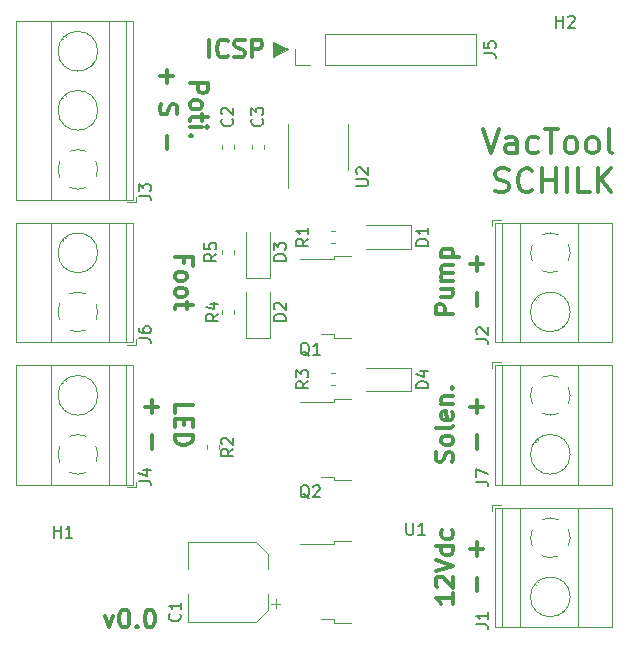
<source format=gbr>
G04 #@! TF.GenerationSoftware,KiCad,Pcbnew,(5.1.5)-3*
G04 #@! TF.CreationDate,2020-06-25T10:52:07+02:00*
G04 #@! TF.ProjectId,VacTool,56616354-6f6f-46c2-9e6b-696361645f70,v0.0*
G04 #@! TF.SameCoordinates,Original*
G04 #@! TF.FileFunction,Legend,Top*
G04 #@! TF.FilePolarity,Positive*
%FSLAX46Y46*%
G04 Gerber Fmt 4.6, Leading zero omitted, Abs format (unit mm)*
G04 Created by KiCad (PCBNEW (5.1.5)-3) date 2020-06-25 10:52:07*
%MOMM*%
%LPD*%
G04 APERTURE LIST*
%ADD10C,0.300000*%
%ADD11C,0.100000*%
%ADD12C,0.120000*%
%ADD13C,0.150000*%
G04 APERTURE END LIST*
D10*
X131842142Y-122233571D02*
X132199285Y-123233571D01*
X132556428Y-122233571D01*
X133413571Y-121733571D02*
X133556428Y-121733571D01*
X133699285Y-121805000D01*
X133770714Y-121876428D01*
X133842142Y-122019285D01*
X133913571Y-122305000D01*
X133913571Y-122662142D01*
X133842142Y-122947857D01*
X133770714Y-123090714D01*
X133699285Y-123162142D01*
X133556428Y-123233571D01*
X133413571Y-123233571D01*
X133270714Y-123162142D01*
X133199285Y-123090714D01*
X133127857Y-122947857D01*
X133056428Y-122662142D01*
X133056428Y-122305000D01*
X133127857Y-122019285D01*
X133199285Y-121876428D01*
X133270714Y-121805000D01*
X133413571Y-121733571D01*
X134556428Y-123090714D02*
X134627857Y-123162142D01*
X134556428Y-123233571D01*
X134485000Y-123162142D01*
X134556428Y-123090714D01*
X134556428Y-123233571D01*
X135556428Y-121733571D02*
X135699285Y-121733571D01*
X135842142Y-121805000D01*
X135913571Y-121876428D01*
X135985000Y-122019285D01*
X136056428Y-122305000D01*
X136056428Y-122662142D01*
X135985000Y-122947857D01*
X135913571Y-123090714D01*
X135842142Y-123162142D01*
X135699285Y-123233571D01*
X135556428Y-123233571D01*
X135413571Y-123162142D01*
X135342142Y-123090714D01*
X135270714Y-122947857D01*
X135199285Y-122662142D01*
X135199285Y-122305000D01*
X135270714Y-122019285D01*
X135342142Y-121876428D01*
X135413571Y-121805000D01*
X135556428Y-121733571D01*
X161257142Y-109223571D02*
X161328571Y-109009285D01*
X161328571Y-108652142D01*
X161257142Y-108509285D01*
X161185714Y-108437857D01*
X161042857Y-108366428D01*
X160900000Y-108366428D01*
X160757142Y-108437857D01*
X160685714Y-108509285D01*
X160614285Y-108652142D01*
X160542857Y-108937857D01*
X160471428Y-109080714D01*
X160400000Y-109152142D01*
X160257142Y-109223571D01*
X160114285Y-109223571D01*
X159971428Y-109152142D01*
X159900000Y-109080714D01*
X159828571Y-108937857D01*
X159828571Y-108580714D01*
X159900000Y-108366428D01*
X161328571Y-107509285D02*
X161257142Y-107652142D01*
X161185714Y-107723571D01*
X161042857Y-107795000D01*
X160614285Y-107795000D01*
X160471428Y-107723571D01*
X160400000Y-107652142D01*
X160328571Y-107509285D01*
X160328571Y-107295000D01*
X160400000Y-107152142D01*
X160471428Y-107080714D01*
X160614285Y-107009285D01*
X161042857Y-107009285D01*
X161185714Y-107080714D01*
X161257142Y-107152142D01*
X161328571Y-107295000D01*
X161328571Y-107509285D01*
X161328571Y-106152142D02*
X161257142Y-106295000D01*
X161114285Y-106366428D01*
X159828571Y-106366428D01*
X161257142Y-105009285D02*
X161328571Y-105152142D01*
X161328571Y-105437857D01*
X161257142Y-105580714D01*
X161114285Y-105652142D01*
X160542857Y-105652142D01*
X160400000Y-105580714D01*
X160328571Y-105437857D01*
X160328571Y-105152142D01*
X160400000Y-105009285D01*
X160542857Y-104937857D01*
X160685714Y-104937857D01*
X160828571Y-105652142D01*
X160328571Y-104295000D02*
X161328571Y-104295000D01*
X160471428Y-104295000D02*
X160400000Y-104223571D01*
X160328571Y-104080714D01*
X160328571Y-103866428D01*
X160400000Y-103723571D01*
X160542857Y-103652142D01*
X161328571Y-103652142D01*
X161185714Y-102937857D02*
X161257142Y-102866428D01*
X161328571Y-102937857D01*
X161257142Y-103009285D01*
X161185714Y-102937857D01*
X161328571Y-102937857D01*
X163307142Y-108116428D02*
X163307142Y-106973571D01*
X163307142Y-105116428D02*
X163307142Y-103973571D01*
X163878571Y-104545000D02*
X162735714Y-104545000D01*
X161328571Y-96730000D02*
X159828571Y-96730000D01*
X159828571Y-96158571D01*
X159900000Y-96015714D01*
X159971428Y-95944285D01*
X160114285Y-95872857D01*
X160328571Y-95872857D01*
X160471428Y-95944285D01*
X160542857Y-96015714D01*
X160614285Y-96158571D01*
X160614285Y-96730000D01*
X160328571Y-94587142D02*
X161328571Y-94587142D01*
X160328571Y-95230000D02*
X161114285Y-95230000D01*
X161257142Y-95158571D01*
X161328571Y-95015714D01*
X161328571Y-94801428D01*
X161257142Y-94658571D01*
X161185714Y-94587142D01*
X161328571Y-93872857D02*
X160328571Y-93872857D01*
X160471428Y-93872857D02*
X160400000Y-93801428D01*
X160328571Y-93658571D01*
X160328571Y-93444285D01*
X160400000Y-93301428D01*
X160542857Y-93230000D01*
X161328571Y-93230000D01*
X160542857Y-93230000D02*
X160400000Y-93158571D01*
X160328571Y-93015714D01*
X160328571Y-92801428D01*
X160400000Y-92658571D01*
X160542857Y-92587142D01*
X161328571Y-92587142D01*
X160328571Y-91872857D02*
X161828571Y-91872857D01*
X160400000Y-91872857D02*
X160328571Y-91730000D01*
X160328571Y-91444285D01*
X160400000Y-91301428D01*
X160471428Y-91230000D01*
X160614285Y-91158571D01*
X161042857Y-91158571D01*
X161185714Y-91230000D01*
X161257142Y-91301428D01*
X161328571Y-91444285D01*
X161328571Y-91730000D01*
X161257142Y-91872857D01*
X163307142Y-96051428D02*
X163307142Y-94908571D01*
X163307142Y-93051428D02*
X163307142Y-91908571D01*
X163878571Y-92480000D02*
X162735714Y-92480000D01*
X140660714Y-74973571D02*
X140660714Y-73473571D01*
X142232142Y-74830714D02*
X142160714Y-74902142D01*
X141946428Y-74973571D01*
X141803571Y-74973571D01*
X141589285Y-74902142D01*
X141446428Y-74759285D01*
X141375000Y-74616428D01*
X141303571Y-74330714D01*
X141303571Y-74116428D01*
X141375000Y-73830714D01*
X141446428Y-73687857D01*
X141589285Y-73545000D01*
X141803571Y-73473571D01*
X141946428Y-73473571D01*
X142160714Y-73545000D01*
X142232142Y-73616428D01*
X142803571Y-74902142D02*
X143017857Y-74973571D01*
X143375000Y-74973571D01*
X143517857Y-74902142D01*
X143589285Y-74830714D01*
X143660714Y-74687857D01*
X143660714Y-74545000D01*
X143589285Y-74402142D01*
X143517857Y-74330714D01*
X143375000Y-74259285D01*
X143089285Y-74187857D01*
X142946428Y-74116428D01*
X142875000Y-74045000D01*
X142803571Y-73902142D01*
X142803571Y-73759285D01*
X142875000Y-73616428D01*
X142946428Y-73545000D01*
X143089285Y-73473571D01*
X143446428Y-73473571D01*
X143660714Y-73545000D01*
X144303571Y-74973571D02*
X144303571Y-73473571D01*
X144875000Y-73473571D01*
X145017857Y-73545000D01*
X145089285Y-73616428D01*
X145160714Y-73759285D01*
X145160714Y-73973571D01*
X145089285Y-74116428D01*
X145017857Y-74187857D01*
X144875000Y-74259285D01*
X144303571Y-74259285D01*
X137756428Y-105080714D02*
X137756428Y-104366428D01*
X139256428Y-104366428D01*
X138542142Y-105580714D02*
X138542142Y-106080714D01*
X137756428Y-106295000D02*
X137756428Y-105580714D01*
X139256428Y-105580714D01*
X139256428Y-106295000D01*
X137756428Y-106937857D02*
X139256428Y-106937857D01*
X139256428Y-107295000D01*
X139185000Y-107509285D01*
X139042142Y-107652142D01*
X138899285Y-107723571D01*
X138613571Y-107795000D01*
X138399285Y-107795000D01*
X138113571Y-107723571D01*
X137970714Y-107652142D01*
X137827857Y-107509285D01*
X137756428Y-107295000D01*
X137756428Y-106937857D01*
X135777857Y-103973571D02*
X135777857Y-105116428D01*
X135206428Y-104545000D02*
X136349285Y-104545000D01*
X135777857Y-106973571D02*
X135777857Y-108116428D01*
X138537142Y-92408571D02*
X138537142Y-91908571D01*
X137751428Y-91908571D02*
X139251428Y-91908571D01*
X139251428Y-92622857D01*
X137751428Y-93408571D02*
X137822857Y-93265714D01*
X137894285Y-93194285D01*
X138037142Y-93122857D01*
X138465714Y-93122857D01*
X138608571Y-93194285D01*
X138680000Y-93265714D01*
X138751428Y-93408571D01*
X138751428Y-93622857D01*
X138680000Y-93765714D01*
X138608571Y-93837142D01*
X138465714Y-93908571D01*
X138037142Y-93908571D01*
X137894285Y-93837142D01*
X137822857Y-93765714D01*
X137751428Y-93622857D01*
X137751428Y-93408571D01*
X137751428Y-94765714D02*
X137822857Y-94622857D01*
X137894285Y-94551428D01*
X138037142Y-94480000D01*
X138465714Y-94480000D01*
X138608571Y-94551428D01*
X138680000Y-94622857D01*
X138751428Y-94765714D01*
X138751428Y-94980000D01*
X138680000Y-95122857D01*
X138608571Y-95194285D01*
X138465714Y-95265714D01*
X138037142Y-95265714D01*
X137894285Y-95194285D01*
X137822857Y-95122857D01*
X137751428Y-94980000D01*
X137751428Y-94765714D01*
X138751428Y-95694285D02*
X138751428Y-96265714D01*
X139251428Y-95908571D02*
X137965714Y-95908571D01*
X137822857Y-95980000D01*
X137751428Y-96122857D01*
X137751428Y-96265714D01*
X139026428Y-77160714D02*
X140526428Y-77160714D01*
X140526428Y-77732142D01*
X140455000Y-77875000D01*
X140383571Y-77946428D01*
X140240714Y-78017857D01*
X140026428Y-78017857D01*
X139883571Y-77946428D01*
X139812142Y-77875000D01*
X139740714Y-77732142D01*
X139740714Y-77160714D01*
X139026428Y-78875000D02*
X139097857Y-78732142D01*
X139169285Y-78660714D01*
X139312142Y-78589285D01*
X139740714Y-78589285D01*
X139883571Y-78660714D01*
X139955000Y-78732142D01*
X140026428Y-78875000D01*
X140026428Y-79089285D01*
X139955000Y-79232142D01*
X139883571Y-79303571D01*
X139740714Y-79375000D01*
X139312142Y-79375000D01*
X139169285Y-79303571D01*
X139097857Y-79232142D01*
X139026428Y-79089285D01*
X139026428Y-78875000D01*
X140026428Y-79803571D02*
X140026428Y-80375000D01*
X140526428Y-80017857D02*
X139240714Y-80017857D01*
X139097857Y-80089285D01*
X139026428Y-80232142D01*
X139026428Y-80375000D01*
X139026428Y-80875000D02*
X140026428Y-80875000D01*
X140526428Y-80875000D02*
X140455000Y-80803571D01*
X140383571Y-80875000D01*
X140455000Y-80946428D01*
X140526428Y-80875000D01*
X140383571Y-80875000D01*
X139169285Y-81589285D02*
X139097857Y-81660714D01*
X139026428Y-81589285D01*
X139097857Y-81517857D01*
X139169285Y-81589285D01*
X139026428Y-81589285D01*
X137047857Y-76017857D02*
X137047857Y-77160714D01*
X136476428Y-76589285D02*
X137619285Y-76589285D01*
X136547857Y-78946428D02*
X136476428Y-79160714D01*
X136476428Y-79517857D01*
X136547857Y-79660714D01*
X136619285Y-79732142D01*
X136762142Y-79803571D01*
X136905000Y-79803571D01*
X137047857Y-79732142D01*
X137119285Y-79660714D01*
X137190714Y-79517857D01*
X137262142Y-79232142D01*
X137333571Y-79089285D01*
X137405000Y-79017857D01*
X137547857Y-78946428D01*
X137690714Y-78946428D01*
X137833571Y-79017857D01*
X137905000Y-79089285D01*
X137976428Y-79232142D01*
X137976428Y-79589285D01*
X137905000Y-79803571D01*
X137047857Y-81589285D02*
X137047857Y-82732142D01*
X163826904Y-81074761D02*
X164493571Y-83074761D01*
X165160238Y-81074761D01*
X166684047Y-83074761D02*
X166684047Y-82027142D01*
X166588809Y-81836666D01*
X166398333Y-81741428D01*
X166017380Y-81741428D01*
X165826904Y-81836666D01*
X166684047Y-82979523D02*
X166493571Y-83074761D01*
X166017380Y-83074761D01*
X165826904Y-82979523D01*
X165731666Y-82789047D01*
X165731666Y-82598571D01*
X165826904Y-82408095D01*
X166017380Y-82312857D01*
X166493571Y-82312857D01*
X166684047Y-82217619D01*
X168493571Y-82979523D02*
X168303095Y-83074761D01*
X167922142Y-83074761D01*
X167731666Y-82979523D01*
X167636428Y-82884285D01*
X167541190Y-82693809D01*
X167541190Y-82122380D01*
X167636428Y-81931904D01*
X167731666Y-81836666D01*
X167922142Y-81741428D01*
X168303095Y-81741428D01*
X168493571Y-81836666D01*
X169065000Y-81074761D02*
X170207857Y-81074761D01*
X169636428Y-83074761D02*
X169636428Y-81074761D01*
X171160238Y-83074761D02*
X170969761Y-82979523D01*
X170874523Y-82884285D01*
X170779285Y-82693809D01*
X170779285Y-82122380D01*
X170874523Y-81931904D01*
X170969761Y-81836666D01*
X171160238Y-81741428D01*
X171445952Y-81741428D01*
X171636428Y-81836666D01*
X171731666Y-81931904D01*
X171826904Y-82122380D01*
X171826904Y-82693809D01*
X171731666Y-82884285D01*
X171636428Y-82979523D01*
X171445952Y-83074761D01*
X171160238Y-83074761D01*
X172969761Y-83074761D02*
X172779285Y-82979523D01*
X172684047Y-82884285D01*
X172588809Y-82693809D01*
X172588809Y-82122380D01*
X172684047Y-81931904D01*
X172779285Y-81836666D01*
X172969761Y-81741428D01*
X173255476Y-81741428D01*
X173445952Y-81836666D01*
X173541190Y-81931904D01*
X173636428Y-82122380D01*
X173636428Y-82693809D01*
X173541190Y-82884285D01*
X173445952Y-82979523D01*
X173255476Y-83074761D01*
X172969761Y-83074761D01*
X174779285Y-83074761D02*
X174588809Y-82979523D01*
X174493571Y-82789047D01*
X174493571Y-81074761D01*
X164874523Y-86279523D02*
X165160238Y-86374761D01*
X165636428Y-86374761D01*
X165826904Y-86279523D01*
X165922142Y-86184285D01*
X166017380Y-85993809D01*
X166017380Y-85803333D01*
X165922142Y-85612857D01*
X165826904Y-85517619D01*
X165636428Y-85422380D01*
X165255476Y-85327142D01*
X165065000Y-85231904D01*
X164969761Y-85136666D01*
X164874523Y-84946190D01*
X164874523Y-84755714D01*
X164969761Y-84565238D01*
X165065000Y-84470000D01*
X165255476Y-84374761D01*
X165731666Y-84374761D01*
X166017380Y-84470000D01*
X168017380Y-86184285D02*
X167922142Y-86279523D01*
X167636428Y-86374761D01*
X167445952Y-86374761D01*
X167160238Y-86279523D01*
X166969761Y-86089047D01*
X166874523Y-85898571D01*
X166779285Y-85517619D01*
X166779285Y-85231904D01*
X166874523Y-84850952D01*
X166969761Y-84660476D01*
X167160238Y-84470000D01*
X167445952Y-84374761D01*
X167636428Y-84374761D01*
X167922142Y-84470000D01*
X168017380Y-84565238D01*
X168874523Y-86374761D02*
X168874523Y-84374761D01*
X168874523Y-85327142D02*
X170017380Y-85327142D01*
X170017380Y-86374761D02*
X170017380Y-84374761D01*
X170969761Y-86374761D02*
X170969761Y-84374761D01*
X172874523Y-86374761D02*
X171922142Y-86374761D01*
X171922142Y-84374761D01*
X173541190Y-86374761D02*
X173541190Y-84374761D01*
X174684047Y-86374761D02*
X173826904Y-85231904D01*
X174684047Y-84374761D02*
X173541190Y-85517619D01*
D11*
G36*
X147320000Y-74295000D02*
G01*
X146050000Y-74930000D01*
X146050000Y-73660000D01*
X147320000Y-74295000D01*
G37*
X147320000Y-74295000D02*
X146050000Y-74930000D01*
X146050000Y-73660000D01*
X147320000Y-74295000D01*
D10*
X161328571Y-120360000D02*
X161328571Y-121217142D01*
X161328571Y-120788571D02*
X159828571Y-120788571D01*
X160042857Y-120931428D01*
X160185714Y-121074285D01*
X160257142Y-121217142D01*
X159971428Y-119788571D02*
X159900000Y-119717142D01*
X159828571Y-119574285D01*
X159828571Y-119217142D01*
X159900000Y-119074285D01*
X159971428Y-119002857D01*
X160114285Y-118931428D01*
X160257142Y-118931428D01*
X160471428Y-119002857D01*
X161328571Y-119860000D01*
X161328571Y-118931428D01*
X159828571Y-118502857D02*
X161328571Y-118002857D01*
X159828571Y-117502857D01*
X161328571Y-116360000D02*
X159828571Y-116360000D01*
X161257142Y-116360000D02*
X161328571Y-116502857D01*
X161328571Y-116788571D01*
X161257142Y-116931428D01*
X161185714Y-117002857D01*
X161042857Y-117074285D01*
X160614285Y-117074285D01*
X160471428Y-117002857D01*
X160400000Y-116931428D01*
X160328571Y-116788571D01*
X160328571Y-116502857D01*
X160400000Y-116360000D01*
X161257142Y-115002857D02*
X161328571Y-115145714D01*
X161328571Y-115431428D01*
X161257142Y-115574285D01*
X161185714Y-115645714D01*
X161042857Y-115717142D01*
X160614285Y-115717142D01*
X160471428Y-115645714D01*
X160400000Y-115574285D01*
X160328571Y-115431428D01*
X160328571Y-115145714D01*
X160400000Y-115002857D01*
X163307142Y-120181428D02*
X163307142Y-119038571D01*
X163307142Y-117181428D02*
X163307142Y-116038571D01*
X163878571Y-116610000D02*
X162735714Y-116610000D01*
D12*
X134440000Y-87255000D02*
X134440000Y-86755000D01*
X133700000Y-87255000D02*
X134440000Y-87255000D01*
X130563000Y-75682000D02*
X130609000Y-75729000D01*
X128265000Y-73385000D02*
X128301000Y-73420000D01*
X130779000Y-75489000D02*
X130814000Y-75524000D01*
X128471000Y-73180000D02*
X128517000Y-73227000D01*
X130563000Y-80682000D02*
X130609000Y-80729000D01*
X128265000Y-78385000D02*
X128301000Y-78420000D01*
X130779000Y-80489000D02*
X130814000Y-80524000D01*
X128471000Y-78180000D02*
X128517000Y-78227000D01*
X124279000Y-71895000D02*
X134200000Y-71895000D01*
X124279000Y-87015000D02*
X134200000Y-87015000D01*
X134200000Y-87015000D02*
X134200000Y-71895000D01*
X124279000Y-87015000D02*
X124279000Y-71895000D01*
X127239000Y-87015000D02*
X127239000Y-71895000D01*
X132140000Y-87015000D02*
X132140000Y-71895000D01*
X133640000Y-87015000D02*
X133640000Y-71895000D01*
X131220000Y-74455000D02*
G75*
G03X131220000Y-74455000I-1680000J0D01*
G01*
X131220000Y-79455000D02*
G75*
G03X131220000Y-79455000I-1680000J0D01*
G01*
X131220253Y-84426195D02*
G75*
G02X131075000Y-85139000I-1680253J-28805D01*
G01*
X130223042Y-85990426D02*
G75*
G02X128856000Y-85990000I-683042J1535426D01*
G01*
X128004574Y-85138042D02*
G75*
G02X128005000Y-83771000I1535426J683042D01*
G01*
X128856958Y-82919574D02*
G75*
G02X130224000Y-82920000I683042J-1535426D01*
G01*
X131074756Y-83771682D02*
G75*
G02X131220000Y-84455000I-1534756J-683318D01*
G01*
X164645000Y-100785000D02*
X164645000Y-101285000D01*
X165385000Y-100785000D02*
X164645000Y-100785000D01*
X168522000Y-107358000D02*
X168476000Y-107311000D01*
X170820000Y-109655000D02*
X170784000Y-109620000D01*
X168306000Y-107551000D02*
X168271000Y-107516000D01*
X170614000Y-109860000D02*
X170568000Y-109813000D01*
X174806000Y-111145000D02*
X164885000Y-111145000D01*
X174806000Y-101025000D02*
X164885000Y-101025000D01*
X164885000Y-101025000D02*
X164885000Y-111145000D01*
X174806000Y-101025000D02*
X174806000Y-111145000D01*
X171846000Y-101025000D02*
X171846000Y-111145000D01*
X166945000Y-101025000D02*
X166945000Y-111145000D01*
X165445000Y-101025000D02*
X165445000Y-111145000D01*
X171225000Y-108585000D02*
G75*
G03X171225000Y-108585000I-1680000J0D01*
G01*
X167864747Y-103613805D02*
G75*
G02X168010000Y-102901000I1680253J28805D01*
G01*
X168861958Y-102049574D02*
G75*
G02X170229000Y-102050000I683042J-1535426D01*
G01*
X171080426Y-102901958D02*
G75*
G02X171080000Y-104269000I-1535426J-683042D01*
G01*
X170228042Y-105120426D02*
G75*
G02X168861000Y-105120000I-683042J1535426D01*
G01*
X168010244Y-104268318D02*
G75*
G02X167865000Y-103585000I1534756J683318D01*
G01*
X134440000Y-99320000D02*
X134440000Y-98820000D01*
X133700000Y-99320000D02*
X134440000Y-99320000D01*
X130563000Y-92747000D02*
X130609000Y-92794000D01*
X128265000Y-90450000D02*
X128301000Y-90485000D01*
X130779000Y-92554000D02*
X130814000Y-92589000D01*
X128471000Y-90245000D02*
X128517000Y-90292000D01*
X124279000Y-88960000D02*
X134200000Y-88960000D01*
X124279000Y-99080000D02*
X134200000Y-99080000D01*
X134200000Y-99080000D02*
X134200000Y-88960000D01*
X124279000Y-99080000D02*
X124279000Y-88960000D01*
X127239000Y-99080000D02*
X127239000Y-88960000D01*
X132140000Y-99080000D02*
X132140000Y-88960000D01*
X133640000Y-99080000D02*
X133640000Y-88960000D01*
X131220000Y-91520000D02*
G75*
G03X131220000Y-91520000I-1680000J0D01*
G01*
X131220253Y-96491195D02*
G75*
G02X131075000Y-97204000I-1680253J-28805D01*
G01*
X130223042Y-98055426D02*
G75*
G02X128856000Y-98055000I-683042J1535426D01*
G01*
X128004574Y-97203042D02*
G75*
G02X128005000Y-95836000I1535426J683042D01*
G01*
X128856958Y-94984574D02*
G75*
G02X130224000Y-94985000I683042J-1535426D01*
G01*
X131074756Y-95836682D02*
G75*
G02X131220000Y-96520000I-1534756J-683318D01*
G01*
X134440000Y-111385000D02*
X134440000Y-110885000D01*
X133700000Y-111385000D02*
X134440000Y-111385000D01*
X130563000Y-104812000D02*
X130609000Y-104859000D01*
X128265000Y-102515000D02*
X128301000Y-102550000D01*
X130779000Y-104619000D02*
X130814000Y-104654000D01*
X128471000Y-102310000D02*
X128517000Y-102357000D01*
X124279000Y-101025000D02*
X134200000Y-101025000D01*
X124279000Y-111145000D02*
X134200000Y-111145000D01*
X134200000Y-111145000D02*
X134200000Y-101025000D01*
X124279000Y-111145000D02*
X124279000Y-101025000D01*
X127239000Y-111145000D02*
X127239000Y-101025000D01*
X132140000Y-111145000D02*
X132140000Y-101025000D01*
X133640000Y-111145000D02*
X133640000Y-101025000D01*
X131220000Y-103585000D02*
G75*
G03X131220000Y-103585000I-1680000J0D01*
G01*
X131220253Y-108556195D02*
G75*
G02X131075000Y-109269000I-1680253J-28805D01*
G01*
X130223042Y-110120426D02*
G75*
G02X128856000Y-110120000I-683042J1535426D01*
G01*
X128004574Y-109268042D02*
G75*
G02X128005000Y-107901000I1535426J683042D01*
G01*
X128856958Y-107049574D02*
G75*
G02X130224000Y-107050000I683042J-1535426D01*
G01*
X131074756Y-107901682D02*
G75*
G02X131220000Y-108585000I-1534756J-683318D01*
G01*
X164645000Y-88720000D02*
X164645000Y-89220000D01*
X165385000Y-88720000D02*
X164645000Y-88720000D01*
X168522000Y-95293000D02*
X168476000Y-95246000D01*
X170820000Y-97590000D02*
X170784000Y-97555000D01*
X168306000Y-95486000D02*
X168271000Y-95451000D01*
X170614000Y-97795000D02*
X170568000Y-97748000D01*
X174806000Y-99080000D02*
X164885000Y-99080000D01*
X174806000Y-88960000D02*
X164885000Y-88960000D01*
X164885000Y-88960000D02*
X164885000Y-99080000D01*
X174806000Y-88960000D02*
X174806000Y-99080000D01*
X171846000Y-88960000D02*
X171846000Y-99080000D01*
X166945000Y-88960000D02*
X166945000Y-99080000D01*
X165445000Y-88960000D02*
X165445000Y-99080000D01*
X171225000Y-96520000D02*
G75*
G03X171225000Y-96520000I-1680000J0D01*
G01*
X167864747Y-91548805D02*
G75*
G02X168010000Y-90836000I1680253J28805D01*
G01*
X168861958Y-89984574D02*
G75*
G02X170229000Y-89985000I683042J-1535426D01*
G01*
X171080426Y-90836958D02*
G75*
G02X171080000Y-92204000I-1535426J-683042D01*
G01*
X170228042Y-93055426D02*
G75*
G02X168861000Y-93055000I-683042J1535426D01*
G01*
X168010244Y-92203318D02*
G75*
G02X167865000Y-91520000I1534756J683318D01*
G01*
X164645000Y-112850000D02*
X164645000Y-113350000D01*
X165385000Y-112850000D02*
X164645000Y-112850000D01*
X168522000Y-119423000D02*
X168476000Y-119376000D01*
X170820000Y-121720000D02*
X170784000Y-121685000D01*
X168306000Y-119616000D02*
X168271000Y-119581000D01*
X170614000Y-121925000D02*
X170568000Y-121878000D01*
X174806000Y-123210000D02*
X164885000Y-123210000D01*
X174806000Y-113090000D02*
X164885000Y-113090000D01*
X164885000Y-113090000D02*
X164885000Y-123210000D01*
X174806000Y-113090000D02*
X174806000Y-123210000D01*
X171846000Y-113090000D02*
X171846000Y-123210000D01*
X166945000Y-113090000D02*
X166945000Y-123210000D01*
X165445000Y-113090000D02*
X165445000Y-123210000D01*
X171225000Y-120650000D02*
G75*
G03X171225000Y-120650000I-1680000J0D01*
G01*
X167864747Y-115678805D02*
G75*
G02X168010000Y-114966000I1680253J28805D01*
G01*
X168861958Y-114114574D02*
G75*
G02X170229000Y-114115000I683042J-1535426D01*
G01*
X171080426Y-114966958D02*
G75*
G02X171080000Y-116334000I-1535426J-683042D01*
G01*
X170228042Y-117185426D02*
G75*
G02X168861000Y-117185000I-683042J1535426D01*
G01*
X168010244Y-116333318D02*
G75*
G02X167865000Y-115650000I1534756J683318D01*
G01*
X147300000Y-82550000D02*
X147300000Y-86000000D01*
X147300000Y-82550000D02*
X147300000Y-80600000D01*
X152420000Y-82550000D02*
X152420000Y-84500000D01*
X152420000Y-82550000D02*
X152420000Y-80600000D01*
X151200000Y-122560000D02*
X150100000Y-122560000D01*
X151200000Y-122830000D02*
X151200000Y-122560000D01*
X152700000Y-122830000D02*
X151200000Y-122830000D01*
X151200000Y-116200000D02*
X148370000Y-116200000D01*
X151200000Y-115930000D02*
X151200000Y-116200000D01*
X152700000Y-115930000D02*
X151200000Y-115930000D01*
X142750000Y-91602779D02*
X142750000Y-91277221D01*
X141730000Y-91602779D02*
X141730000Y-91277221D01*
X141730000Y-96357221D02*
X141730000Y-96682779D01*
X142750000Y-96357221D02*
X142750000Y-96682779D01*
X151292779Y-101725000D02*
X150967221Y-101725000D01*
X151292779Y-102745000D02*
X150967221Y-102745000D01*
X141480000Y-108112779D02*
X141480000Y-107787221D01*
X140460000Y-108112779D02*
X140460000Y-107787221D01*
X151292779Y-89660000D02*
X150967221Y-89660000D01*
X151292779Y-90680000D02*
X150967221Y-90680000D01*
X151200000Y-110495000D02*
X150100000Y-110495000D01*
X151200000Y-110765000D02*
X151200000Y-110495000D01*
X152700000Y-110765000D02*
X151200000Y-110765000D01*
X151200000Y-104135000D02*
X148370000Y-104135000D01*
X151200000Y-103865000D02*
X151200000Y-104135000D01*
X152700000Y-103865000D02*
X151200000Y-103865000D01*
X151200000Y-98430000D02*
X150100000Y-98430000D01*
X151200000Y-98700000D02*
X151200000Y-98430000D01*
X152700000Y-98700000D02*
X151200000Y-98700000D01*
X151200000Y-92070000D02*
X148370000Y-92070000D01*
X151200000Y-91800000D02*
X151200000Y-92070000D01*
X152700000Y-91800000D02*
X151200000Y-91800000D01*
X147895000Y-75625000D02*
X147895000Y-74295000D01*
X149225000Y-75625000D02*
X147895000Y-75625000D01*
X150495000Y-75625000D02*
X150495000Y-72965000D01*
X150495000Y-72965000D02*
X163255000Y-72965000D01*
X150495000Y-75625000D02*
X163255000Y-75625000D01*
X163255000Y-75625000D02*
X163255000Y-72965000D01*
X157775000Y-103235000D02*
X153925000Y-103235000D01*
X157775000Y-101235000D02*
X153925000Y-101235000D01*
X157775000Y-103235000D02*
X157775000Y-101235000D01*
X143780000Y-93690000D02*
X143780000Y-89790000D01*
X145780000Y-93690000D02*
X145780000Y-89790000D01*
X143780000Y-93690000D02*
X145780000Y-93690000D01*
X143780000Y-98770000D02*
X143780000Y-94870000D01*
X145780000Y-98770000D02*
X145780000Y-94870000D01*
X143780000Y-98770000D02*
X145780000Y-98770000D01*
X157775000Y-91170000D02*
X153925000Y-91170000D01*
X157775000Y-89170000D02*
X153925000Y-89170000D01*
X157775000Y-91170000D02*
X157775000Y-89170000D01*
X145290000Y-82712779D02*
X145290000Y-82387221D01*
X144270000Y-82712779D02*
X144270000Y-82387221D01*
X142750000Y-82712779D02*
X142750000Y-82387221D01*
X141730000Y-82712779D02*
X141730000Y-82387221D01*
X146283750Y-121621250D02*
X146283750Y-120833750D01*
X146677500Y-121227500D02*
X145890000Y-121227500D01*
X145650000Y-117034437D02*
X144585563Y-115970000D01*
X145650000Y-121725563D02*
X144585563Y-122790000D01*
X145650000Y-121725563D02*
X145650000Y-120440000D01*
X145650000Y-117034437D02*
X145650000Y-118320000D01*
X144585563Y-115970000D02*
X138830000Y-115970000D01*
X144585563Y-122790000D02*
X138830000Y-122790000D01*
X138830000Y-122790000D02*
X138830000Y-120440000D01*
X138830000Y-115970000D02*
X138830000Y-118320000D01*
D13*
X134707380Y-86693333D02*
X135421666Y-86693333D01*
X135564523Y-86740952D01*
X135659761Y-86836190D01*
X135707380Y-86979047D01*
X135707380Y-87074285D01*
X134707380Y-86312380D02*
X134707380Y-85693333D01*
X135088333Y-86026666D01*
X135088333Y-85883809D01*
X135135952Y-85788571D01*
X135183571Y-85740952D01*
X135278809Y-85693333D01*
X135516904Y-85693333D01*
X135612142Y-85740952D01*
X135659761Y-85788571D01*
X135707380Y-85883809D01*
X135707380Y-86169523D01*
X135659761Y-86264761D01*
X135612142Y-86312380D01*
X163282380Y-110903333D02*
X163996666Y-110903333D01*
X164139523Y-110950952D01*
X164234761Y-111046190D01*
X164282380Y-111189047D01*
X164282380Y-111284285D01*
X163282380Y-110522380D02*
X163282380Y-109855714D01*
X164282380Y-110284285D01*
X134707380Y-98758333D02*
X135421666Y-98758333D01*
X135564523Y-98805952D01*
X135659761Y-98901190D01*
X135707380Y-99044047D01*
X135707380Y-99139285D01*
X134707380Y-97853571D02*
X134707380Y-98044047D01*
X134755000Y-98139285D01*
X134802619Y-98186904D01*
X134945476Y-98282142D01*
X135135952Y-98329761D01*
X135516904Y-98329761D01*
X135612142Y-98282142D01*
X135659761Y-98234523D01*
X135707380Y-98139285D01*
X135707380Y-97948809D01*
X135659761Y-97853571D01*
X135612142Y-97805952D01*
X135516904Y-97758333D01*
X135278809Y-97758333D01*
X135183571Y-97805952D01*
X135135952Y-97853571D01*
X135088333Y-97948809D01*
X135088333Y-98139285D01*
X135135952Y-98234523D01*
X135183571Y-98282142D01*
X135278809Y-98329761D01*
X134707380Y-110823333D02*
X135421666Y-110823333D01*
X135564523Y-110870952D01*
X135659761Y-110966190D01*
X135707380Y-111109047D01*
X135707380Y-111204285D01*
X135040714Y-109918571D02*
X135707380Y-109918571D01*
X134659761Y-110156666D02*
X135374047Y-110394761D01*
X135374047Y-109775714D01*
X163282380Y-98838333D02*
X163996666Y-98838333D01*
X164139523Y-98885952D01*
X164234761Y-98981190D01*
X164282380Y-99124047D01*
X164282380Y-99219285D01*
X163377619Y-98409761D02*
X163330000Y-98362142D01*
X163282380Y-98266904D01*
X163282380Y-98028809D01*
X163330000Y-97933571D01*
X163377619Y-97885952D01*
X163472857Y-97838333D01*
X163568095Y-97838333D01*
X163710952Y-97885952D01*
X164282380Y-98457380D01*
X164282380Y-97838333D01*
X163282380Y-122968333D02*
X163996666Y-122968333D01*
X164139523Y-123015952D01*
X164234761Y-123111190D01*
X164282380Y-123254047D01*
X164282380Y-123349285D01*
X164282380Y-121968333D02*
X164282380Y-122539761D01*
X164282380Y-122254047D02*
X163282380Y-122254047D01*
X163425238Y-122349285D01*
X163520476Y-122444523D01*
X163568095Y-122539761D01*
X170053095Y-72452380D02*
X170053095Y-71452380D01*
X170053095Y-71928571D02*
X170624523Y-71928571D01*
X170624523Y-72452380D02*
X170624523Y-71452380D01*
X171053095Y-71547619D02*
X171100714Y-71500000D01*
X171195952Y-71452380D01*
X171434047Y-71452380D01*
X171529285Y-71500000D01*
X171576904Y-71547619D01*
X171624523Y-71642857D01*
X171624523Y-71738095D01*
X171576904Y-71880952D01*
X171005476Y-72452380D01*
X171624523Y-72452380D01*
X127508095Y-115632380D02*
X127508095Y-114632380D01*
X127508095Y-115108571D02*
X128079523Y-115108571D01*
X128079523Y-115632380D02*
X128079523Y-114632380D01*
X129079523Y-115632380D02*
X128508095Y-115632380D01*
X128793809Y-115632380D02*
X128793809Y-114632380D01*
X128698571Y-114775238D01*
X128603333Y-114870476D01*
X128508095Y-114918095D01*
X153122380Y-85851904D02*
X153931904Y-85851904D01*
X154027142Y-85804285D01*
X154074761Y-85756666D01*
X154122380Y-85661428D01*
X154122380Y-85470952D01*
X154074761Y-85375714D01*
X154027142Y-85328095D01*
X153931904Y-85280476D01*
X153122380Y-85280476D01*
X153217619Y-84851904D02*
X153170000Y-84804285D01*
X153122380Y-84709047D01*
X153122380Y-84470952D01*
X153170000Y-84375714D01*
X153217619Y-84328095D01*
X153312857Y-84280476D01*
X153408095Y-84280476D01*
X153550952Y-84328095D01*
X154122380Y-84899523D01*
X154122380Y-84280476D01*
X157353095Y-114387380D02*
X157353095Y-115196904D01*
X157400714Y-115292142D01*
X157448333Y-115339761D01*
X157543571Y-115387380D01*
X157734047Y-115387380D01*
X157829285Y-115339761D01*
X157876904Y-115292142D01*
X157924523Y-115196904D01*
X157924523Y-114387380D01*
X158924523Y-115387380D02*
X158353095Y-115387380D01*
X158638809Y-115387380D02*
X158638809Y-114387380D01*
X158543571Y-114530238D01*
X158448333Y-114625476D01*
X158353095Y-114673095D01*
X141262380Y-91606666D02*
X140786190Y-91940000D01*
X141262380Y-92178095D02*
X140262380Y-92178095D01*
X140262380Y-91797142D01*
X140310000Y-91701904D01*
X140357619Y-91654285D01*
X140452857Y-91606666D01*
X140595714Y-91606666D01*
X140690952Y-91654285D01*
X140738571Y-91701904D01*
X140786190Y-91797142D01*
X140786190Y-92178095D01*
X140262380Y-90701904D02*
X140262380Y-91178095D01*
X140738571Y-91225714D01*
X140690952Y-91178095D01*
X140643333Y-91082857D01*
X140643333Y-90844761D01*
X140690952Y-90749523D01*
X140738571Y-90701904D01*
X140833809Y-90654285D01*
X141071904Y-90654285D01*
X141167142Y-90701904D01*
X141214761Y-90749523D01*
X141262380Y-90844761D01*
X141262380Y-91082857D01*
X141214761Y-91178095D01*
X141167142Y-91225714D01*
X141422380Y-96686666D02*
X140946190Y-97020000D01*
X141422380Y-97258095D02*
X140422380Y-97258095D01*
X140422380Y-96877142D01*
X140470000Y-96781904D01*
X140517619Y-96734285D01*
X140612857Y-96686666D01*
X140755714Y-96686666D01*
X140850952Y-96734285D01*
X140898571Y-96781904D01*
X140946190Y-96877142D01*
X140946190Y-97258095D01*
X140755714Y-95829523D02*
X141422380Y-95829523D01*
X140374761Y-96067619D02*
X141089047Y-96305714D01*
X141089047Y-95686666D01*
X149042380Y-102401666D02*
X148566190Y-102735000D01*
X149042380Y-102973095D02*
X148042380Y-102973095D01*
X148042380Y-102592142D01*
X148090000Y-102496904D01*
X148137619Y-102449285D01*
X148232857Y-102401666D01*
X148375714Y-102401666D01*
X148470952Y-102449285D01*
X148518571Y-102496904D01*
X148566190Y-102592142D01*
X148566190Y-102973095D01*
X148042380Y-102068333D02*
X148042380Y-101449285D01*
X148423333Y-101782619D01*
X148423333Y-101639761D01*
X148470952Y-101544523D01*
X148518571Y-101496904D01*
X148613809Y-101449285D01*
X148851904Y-101449285D01*
X148947142Y-101496904D01*
X148994761Y-101544523D01*
X149042380Y-101639761D01*
X149042380Y-101925476D01*
X148994761Y-102020714D01*
X148947142Y-102068333D01*
X142692380Y-108116666D02*
X142216190Y-108450000D01*
X142692380Y-108688095D02*
X141692380Y-108688095D01*
X141692380Y-108307142D01*
X141740000Y-108211904D01*
X141787619Y-108164285D01*
X141882857Y-108116666D01*
X142025714Y-108116666D01*
X142120952Y-108164285D01*
X142168571Y-108211904D01*
X142216190Y-108307142D01*
X142216190Y-108688095D01*
X141787619Y-107735714D02*
X141740000Y-107688095D01*
X141692380Y-107592857D01*
X141692380Y-107354761D01*
X141740000Y-107259523D01*
X141787619Y-107211904D01*
X141882857Y-107164285D01*
X141978095Y-107164285D01*
X142120952Y-107211904D01*
X142692380Y-107783333D01*
X142692380Y-107164285D01*
X149042380Y-90336666D02*
X148566190Y-90670000D01*
X149042380Y-90908095D02*
X148042380Y-90908095D01*
X148042380Y-90527142D01*
X148090000Y-90431904D01*
X148137619Y-90384285D01*
X148232857Y-90336666D01*
X148375714Y-90336666D01*
X148470952Y-90384285D01*
X148518571Y-90431904D01*
X148566190Y-90527142D01*
X148566190Y-90908095D01*
X149042380Y-89384285D02*
X149042380Y-89955714D01*
X149042380Y-89670000D02*
X148042380Y-89670000D01*
X148185238Y-89765238D01*
X148280476Y-89860476D01*
X148328095Y-89955714D01*
X149129761Y-112307619D02*
X149034523Y-112260000D01*
X148939285Y-112164761D01*
X148796428Y-112021904D01*
X148701190Y-111974285D01*
X148605952Y-111974285D01*
X148653571Y-112212380D02*
X148558333Y-112164761D01*
X148463095Y-112069523D01*
X148415476Y-111879047D01*
X148415476Y-111545714D01*
X148463095Y-111355238D01*
X148558333Y-111260000D01*
X148653571Y-111212380D01*
X148844047Y-111212380D01*
X148939285Y-111260000D01*
X149034523Y-111355238D01*
X149082142Y-111545714D01*
X149082142Y-111879047D01*
X149034523Y-112069523D01*
X148939285Y-112164761D01*
X148844047Y-112212380D01*
X148653571Y-112212380D01*
X149463095Y-111307619D02*
X149510714Y-111260000D01*
X149605952Y-111212380D01*
X149844047Y-111212380D01*
X149939285Y-111260000D01*
X149986904Y-111307619D01*
X150034523Y-111402857D01*
X150034523Y-111498095D01*
X149986904Y-111640952D01*
X149415476Y-112212380D01*
X150034523Y-112212380D01*
X149129761Y-100242619D02*
X149034523Y-100195000D01*
X148939285Y-100099761D01*
X148796428Y-99956904D01*
X148701190Y-99909285D01*
X148605952Y-99909285D01*
X148653571Y-100147380D02*
X148558333Y-100099761D01*
X148463095Y-100004523D01*
X148415476Y-99814047D01*
X148415476Y-99480714D01*
X148463095Y-99290238D01*
X148558333Y-99195000D01*
X148653571Y-99147380D01*
X148844047Y-99147380D01*
X148939285Y-99195000D01*
X149034523Y-99290238D01*
X149082142Y-99480714D01*
X149082142Y-99814047D01*
X149034523Y-100004523D01*
X148939285Y-100099761D01*
X148844047Y-100147380D01*
X148653571Y-100147380D01*
X150034523Y-100147380D02*
X149463095Y-100147380D01*
X149748809Y-100147380D02*
X149748809Y-99147380D01*
X149653571Y-99290238D01*
X149558333Y-99385476D01*
X149463095Y-99433095D01*
X163917380Y-74628333D02*
X164631666Y-74628333D01*
X164774523Y-74675952D01*
X164869761Y-74771190D01*
X164917380Y-74914047D01*
X164917380Y-75009285D01*
X163917380Y-73675952D02*
X163917380Y-74152142D01*
X164393571Y-74199761D01*
X164345952Y-74152142D01*
X164298333Y-74056904D01*
X164298333Y-73818809D01*
X164345952Y-73723571D01*
X164393571Y-73675952D01*
X164488809Y-73628333D01*
X164726904Y-73628333D01*
X164822142Y-73675952D01*
X164869761Y-73723571D01*
X164917380Y-73818809D01*
X164917380Y-74056904D01*
X164869761Y-74152142D01*
X164822142Y-74199761D01*
X159202380Y-102973095D02*
X158202380Y-102973095D01*
X158202380Y-102735000D01*
X158250000Y-102592142D01*
X158345238Y-102496904D01*
X158440476Y-102449285D01*
X158630952Y-102401666D01*
X158773809Y-102401666D01*
X158964285Y-102449285D01*
X159059523Y-102496904D01*
X159154761Y-102592142D01*
X159202380Y-102735000D01*
X159202380Y-102973095D01*
X158535714Y-101544523D02*
X159202380Y-101544523D01*
X158154761Y-101782619D02*
X158869047Y-102020714D01*
X158869047Y-101401666D01*
X147137380Y-92178095D02*
X146137380Y-92178095D01*
X146137380Y-91940000D01*
X146185000Y-91797142D01*
X146280238Y-91701904D01*
X146375476Y-91654285D01*
X146565952Y-91606666D01*
X146708809Y-91606666D01*
X146899285Y-91654285D01*
X146994523Y-91701904D01*
X147089761Y-91797142D01*
X147137380Y-91940000D01*
X147137380Y-92178095D01*
X146137380Y-91273333D02*
X146137380Y-90654285D01*
X146518333Y-90987619D01*
X146518333Y-90844761D01*
X146565952Y-90749523D01*
X146613571Y-90701904D01*
X146708809Y-90654285D01*
X146946904Y-90654285D01*
X147042142Y-90701904D01*
X147089761Y-90749523D01*
X147137380Y-90844761D01*
X147137380Y-91130476D01*
X147089761Y-91225714D01*
X147042142Y-91273333D01*
X147137380Y-97258095D02*
X146137380Y-97258095D01*
X146137380Y-97020000D01*
X146185000Y-96877142D01*
X146280238Y-96781904D01*
X146375476Y-96734285D01*
X146565952Y-96686666D01*
X146708809Y-96686666D01*
X146899285Y-96734285D01*
X146994523Y-96781904D01*
X147089761Y-96877142D01*
X147137380Y-97020000D01*
X147137380Y-97258095D01*
X146232619Y-96305714D02*
X146185000Y-96258095D01*
X146137380Y-96162857D01*
X146137380Y-95924761D01*
X146185000Y-95829523D01*
X146232619Y-95781904D01*
X146327857Y-95734285D01*
X146423095Y-95734285D01*
X146565952Y-95781904D01*
X147137380Y-96353333D01*
X147137380Y-95734285D01*
X159202380Y-90908095D02*
X158202380Y-90908095D01*
X158202380Y-90670000D01*
X158250000Y-90527142D01*
X158345238Y-90431904D01*
X158440476Y-90384285D01*
X158630952Y-90336666D01*
X158773809Y-90336666D01*
X158964285Y-90384285D01*
X159059523Y-90431904D01*
X159154761Y-90527142D01*
X159202380Y-90670000D01*
X159202380Y-90908095D01*
X159202380Y-89384285D02*
X159202380Y-89955714D01*
X159202380Y-89670000D02*
X158202380Y-89670000D01*
X158345238Y-89765238D01*
X158440476Y-89860476D01*
X158488095Y-89955714D01*
X145137142Y-80176666D02*
X145184761Y-80224285D01*
X145232380Y-80367142D01*
X145232380Y-80462380D01*
X145184761Y-80605238D01*
X145089523Y-80700476D01*
X144994285Y-80748095D01*
X144803809Y-80795714D01*
X144660952Y-80795714D01*
X144470476Y-80748095D01*
X144375238Y-80700476D01*
X144280000Y-80605238D01*
X144232380Y-80462380D01*
X144232380Y-80367142D01*
X144280000Y-80224285D01*
X144327619Y-80176666D01*
X144232380Y-79843333D02*
X144232380Y-79224285D01*
X144613333Y-79557619D01*
X144613333Y-79414761D01*
X144660952Y-79319523D01*
X144708571Y-79271904D01*
X144803809Y-79224285D01*
X145041904Y-79224285D01*
X145137142Y-79271904D01*
X145184761Y-79319523D01*
X145232380Y-79414761D01*
X145232380Y-79700476D01*
X145184761Y-79795714D01*
X145137142Y-79843333D01*
X142597142Y-80176666D02*
X142644761Y-80224285D01*
X142692380Y-80367142D01*
X142692380Y-80462380D01*
X142644761Y-80605238D01*
X142549523Y-80700476D01*
X142454285Y-80748095D01*
X142263809Y-80795714D01*
X142120952Y-80795714D01*
X141930476Y-80748095D01*
X141835238Y-80700476D01*
X141740000Y-80605238D01*
X141692380Y-80462380D01*
X141692380Y-80367142D01*
X141740000Y-80224285D01*
X141787619Y-80176666D01*
X141787619Y-79795714D02*
X141740000Y-79748095D01*
X141692380Y-79652857D01*
X141692380Y-79414761D01*
X141740000Y-79319523D01*
X141787619Y-79271904D01*
X141882857Y-79224285D01*
X141978095Y-79224285D01*
X142120952Y-79271904D01*
X142692380Y-79843333D01*
X142692380Y-79224285D01*
X138152142Y-122086666D02*
X138199761Y-122134285D01*
X138247380Y-122277142D01*
X138247380Y-122372380D01*
X138199761Y-122515238D01*
X138104523Y-122610476D01*
X138009285Y-122658095D01*
X137818809Y-122705714D01*
X137675952Y-122705714D01*
X137485476Y-122658095D01*
X137390238Y-122610476D01*
X137295000Y-122515238D01*
X137247380Y-122372380D01*
X137247380Y-122277142D01*
X137295000Y-122134285D01*
X137342619Y-122086666D01*
X138247380Y-121134285D02*
X138247380Y-121705714D01*
X138247380Y-121420000D02*
X137247380Y-121420000D01*
X137390238Y-121515238D01*
X137485476Y-121610476D01*
X137533095Y-121705714D01*
M02*

</source>
